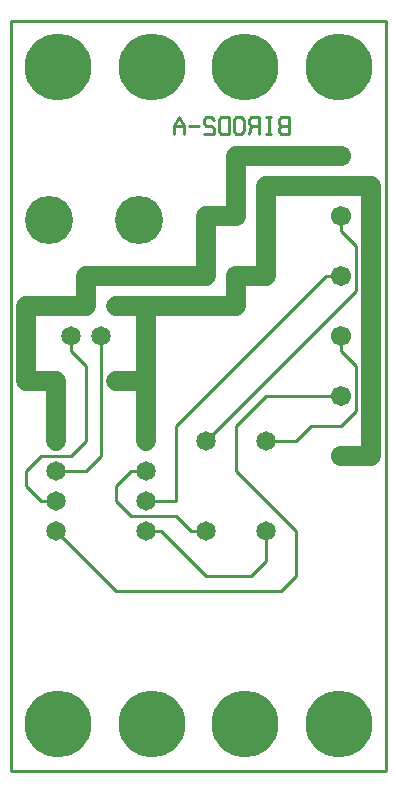
<source format=gbl>
%MOIN*%
%FSLAX25Y25*%
G04 D10 used for Character Trace; *
G04     Circle (OD=.01000) (No hole)*
G04 D11 used for Power Trace; *
G04     Circle (OD=.06700) (No hole)*
G04 D12 used for Signal Trace; *
G04     Circle (OD=.01100) (No hole)*
G04 D13 used for Via; *
G04     Circle (OD=.05800) (Round. Hole ID=.02800)*
G04 D14 used for Component hole; *
G04     Circle (OD=.06500) (Round. Hole ID=.03500)*
G04 D15 used for Component hole; *
G04     Circle (OD=.06700) (Round. Hole ID=.04300)*
G04 D16 used for Component hole; *
G04     Circle (OD=.08100) (Round. Hole ID=.05100)*
G04 D17 used for Component hole; *
G04     Circle (OD=.08900) (Round. Hole ID=.05900)*
G04 D18 used for Component hole; *
G04     Circle (OD=.11300) (Round. Hole ID=.08300)*
G04 D19 used for Component hole; *
G04     Circle (OD=.16000) (Round. Hole ID=.13000)*
G04 D20 used for Component hole; *
G04     Circle (OD=.18300) (Round. Hole ID=.15300)*
G04 D21 used for Component hole; *
G04     Circle (OD=.22291) (Round. Hole ID=.19291)*
%ADD10C,.01000*%
%ADD11C,.06700*%
%ADD12C,.01100*%
%ADD13C,.05800*%
%ADD14C,.06500*%
%ADD15C,.06700*%
%ADD16C,.08100*%
%ADD17C,.08900*%
%ADD18C,.11300*%
%ADD19C,.16000*%
%ADD20C,.18300*%
%ADD21C,.22291*%
%IPPOS*%
%LPD*%
G90*X0Y0D02*D21*X15625Y15625D03*X46875D03*D12*    
X35000Y60000D02*X90000D01*X95000Y65000D01*        
Y80000D01*X75000Y100000D01*Y115000D01*            
X85000Y125000D01*X110000D01*D15*D03*D12*          
Y115000D02*X115000Y120000D01*X100000Y115000D02*   
X110000D01*X95000Y110000D02*X100000Y115000D01*    
X85000Y110000D02*X95000D01*D14*X85000D03*         
X65000D03*D12*X115000Y160000D01*Y175000D01*       
X110000Y180000D01*Y185000D01*D15*D03*D11*         
X120000Y105000D02*Y195000D01*X110000Y105000D02*   
X120000D01*D15*X110000D03*D12*X115000Y120000D02*  
Y135000D01*X110000Y140000D01*Y145000D01*D15*D03*  
Y165000D03*D12*X105000D01*X55000Y115000D01*       
Y90000D01*X45000D01*D14*D03*D12*X40000Y85000D02*  
X55000D01*X60000Y80000D01*X65000D01*D14*D03*D12*  
Y65000D02*X80000D01*X65000D02*X50000Y80000D01*    
X45000D01*D14*D03*D12*X40000Y85000D02*            
X35000Y90000D01*Y95000D01*X40000Y100000D01*       
X45000D01*D14*D03*Y110000D03*D11*Y130000D01*      
X35000D01*D14*D03*D12*X25000Y110000D02*Y135000D01*
X20000Y105000D02*X25000Y110000D01*                
X10000Y105000D02*X20000D01*X5000Y100000D02*       
X10000Y105000D01*X5000Y95000D02*Y100000D01*       
X10000Y90000D02*X5000Y95000D01*X10000Y90000D02*   
X15000D01*D14*D03*D12*Y100000D02*X25000D01*D14*   
X15000D03*D12*X25000D02*X30000Y105000D01*         
Y145000D01*D14*D03*X35000Y155000D03*D11*X45000D01*
Y130000D01*D12*X25000Y135000D02*X20000Y140000D01* 
Y145000D01*D14*D03*X25000Y155000D03*D11*X5000D01* 
Y130000D01*X15000D01*D14*D03*D11*Y110000D01*D14*  
D03*Y80000D03*D12*X35000Y60000D01*D21*            
X78125Y15625D03*D12*X80000Y65000D02*              
X85000Y70000D01*Y80000D01*D14*D03*D21*            
X109375Y15625D03*D11*X45000Y155000D02*X75000D01*  
X25000D02*Y165000D01*X65000D01*Y185000D01*        
X75000D01*D15*D03*D11*Y205000D01*X110000D01*D15*  
D03*D11*X85000Y195000D02*X120000D01*              
X85000Y165000D02*Y195000D01*X75000Y165000D02*     
X85000D01*D15*X75000D03*D11*Y155000D01*D19*       
X42500Y183500D03*X12500D03*D10*X92511Y212129D02*  
Y217871D01*X90000D01*X89163Y216914D01*Y215957D01* 
X90000Y215000D01*X89163Y214043D01*Y213086D01*     
X90000Y212129D01*X92511D01*Y215000D02*X90000D01*  
X85837Y212129D02*Y217871D01*X86674Y212129D02*     
X85000D01*X86674Y217871D02*X85000D01*             
X82511Y212129D02*Y217871D01*X80000D01*            
X79163Y216914D01*Y215957D01*X80000Y215000D01*     
X82511D01*X80000D02*X79163Y212129D01*             
X74163Y213086D02*X75000Y212129D01*X76674D01*      
X77511Y213086D01*Y216914D01*X76674Y217871D01*     
X75000D01*X74163Y216914D01*Y213086D01*            
X72511Y212129D02*Y217871D01*X70000D01*            
X69163Y216914D01*Y213086D01*X70000Y212129D01*     
X72511D01*X67511Y216914D02*X66674Y217871D01*      
X65000D01*X64163Y216914D01*Y215957D01*            
X65000Y215000D01*X66674D01*X67511Y214043D01*      
Y212129D01*X64163D01*X62511Y215000D02*X59163D01*  
X57511Y212129D02*Y215000D01*X55837Y217871D01*     
X54163Y215000D01*Y212129D01*X57511Y215000D02*     
X54163D01*D21*X109375Y234375D03*X78125D03*        
X46875D03*X15625D03*D12*X125000Y0D02*Y250000D01*  
X0Y0D02*X125000D01*X0D02*Y250000D01*X125000D01*   
M02*                                              

</source>
